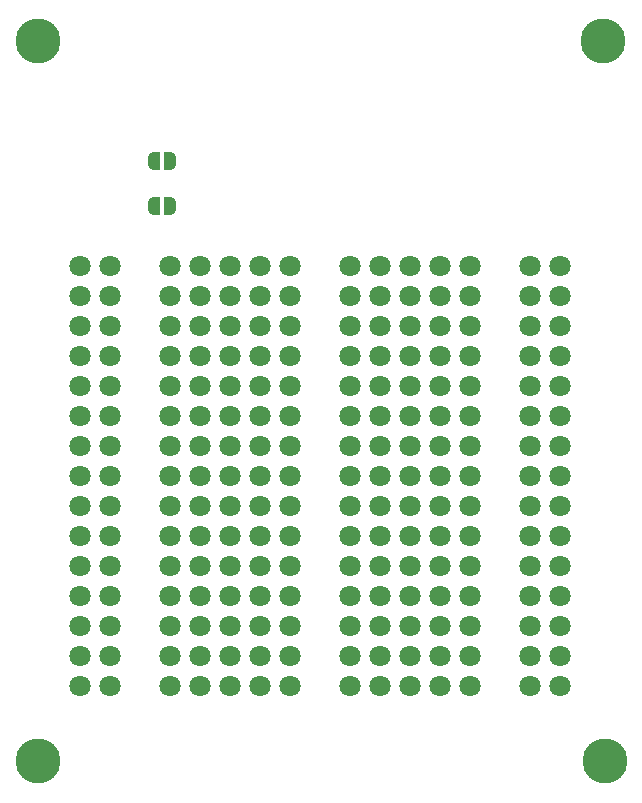
<source format=gts>
G04 #@! TF.GenerationSoftware,KiCad,Pcbnew,8.0.2*
G04 #@! TF.CreationDate,2024-08-26T09:40:56-06:00*
G04 #@! TF.ProjectId,Perfboard_0.25,50657266-626f-4617-9264-5f302e32352e,rev?*
G04 #@! TF.SameCoordinates,Original*
G04 #@! TF.FileFunction,Soldermask,Top*
G04 #@! TF.FilePolarity,Negative*
%FSLAX46Y46*%
G04 Gerber Fmt 4.6, Leading zero omitted, Abs format (unit mm)*
G04 Created by KiCad (PCBNEW 8.0.2) date 2024-08-26 09:40:56*
%MOMM*%
%LPD*%
G01*
G04 APERTURE LIST*
G04 Aperture macros list*
%AMFreePoly0*
4,1,19,0.500000,-0.750000,0.000000,-0.750000,0.000000,-0.744911,-0.071157,-0.744911,-0.207708,-0.704816,-0.327430,-0.627875,-0.420627,-0.520320,-0.479746,-0.390866,-0.500000,-0.250000,-0.500000,0.250000,-0.479746,0.390866,-0.420627,0.520320,-0.327430,0.627875,-0.207708,0.704816,-0.071157,0.744911,0.000000,0.744911,0.000000,0.750000,0.500000,0.750000,0.500000,-0.750000,0.500000,-0.750000,
$1*%
%AMFreePoly1*
4,1,19,0.000000,0.744911,0.071157,0.744911,0.207708,0.704816,0.327430,0.627875,0.420627,0.520320,0.479746,0.390866,0.500000,0.250000,0.500000,-0.250000,0.479746,-0.390866,0.420627,-0.520320,0.327430,-0.627875,0.207708,-0.704816,0.071157,-0.744911,0.000000,-0.744911,0.000000,-0.750000,-0.500000,-0.750000,-0.500000,0.750000,0.000000,0.750000,0.000000,0.744911,0.000000,0.744911,
$1*%
G04 Aperture macros list end*
%ADD10C,1.803200*%
%ADD11C,2.600000*%
%ADD12C,3.800000*%
%ADD13FreePoly0,0.000000*%
%ADD14FreePoly1,0.000000*%
G04 APERTURE END LIST*
D10*
X142240000Y-83820000D03*
X139700000Y-78740000D03*
X160020000Y-66040000D03*
X144780000Y-78740000D03*
X129540000Y-86360000D03*
X162560000Y-91440000D03*
X144780000Y-86360000D03*
X142240000Y-73660000D03*
X147320000Y-101600000D03*
X170180000Y-91440000D03*
X160020000Y-76200000D03*
X167640000Y-101600000D03*
X137160000Y-78740000D03*
X154940000Y-68580000D03*
X170180000Y-73660000D03*
X144780000Y-68580000D03*
X144780000Y-73660000D03*
X162560000Y-71120000D03*
X137160000Y-76200000D03*
X162560000Y-86360000D03*
X139700000Y-99060000D03*
X147320000Y-73660000D03*
X157480000Y-88900000D03*
X144780000Y-76200000D03*
X139700000Y-96520000D03*
X162560000Y-83820000D03*
X152400000Y-83820000D03*
X142240000Y-91440000D03*
X170180000Y-76200000D03*
X152400000Y-81280000D03*
X142240000Y-96520000D03*
X160020000Y-99060000D03*
X152400000Y-91440000D03*
X132080000Y-66040000D03*
X147320000Y-96520000D03*
X154940000Y-73660000D03*
D11*
X173860000Y-47000000D03*
D12*
X173860000Y-47000000D03*
D10*
X132080000Y-78740000D03*
X132080000Y-81280000D03*
X142240000Y-101600000D03*
X154940000Y-81280000D03*
X167640000Y-99060000D03*
X142240000Y-81280000D03*
X139700000Y-93980000D03*
X167640000Y-93980000D03*
X157480000Y-78740000D03*
X152400000Y-99060000D03*
X154940000Y-93980000D03*
X132080000Y-91440000D03*
X162560000Y-88900000D03*
X157480000Y-81280000D03*
X139700000Y-81280000D03*
X129540000Y-81280000D03*
X167640000Y-91440000D03*
X167640000Y-76200000D03*
X132080000Y-83820000D03*
X167640000Y-86360000D03*
X139700000Y-76200000D03*
X129540000Y-76200000D03*
X144780000Y-93980000D03*
X147320000Y-93980000D03*
X147320000Y-66040000D03*
D11*
X126000000Y-47000000D03*
D12*
X126000000Y-47000000D03*
D10*
X129540000Y-88900000D03*
X157480000Y-93980000D03*
X147320000Y-76200000D03*
D13*
X135860000Y-60960000D03*
D14*
X137160000Y-60960000D03*
D10*
X152400000Y-76200000D03*
X154940000Y-96520000D03*
X154940000Y-86360000D03*
X147320000Y-86360000D03*
X144780000Y-66040000D03*
X129540000Y-96520000D03*
X139700000Y-101600000D03*
X167640000Y-66040000D03*
X144780000Y-81280000D03*
X167640000Y-96520000D03*
X137160000Y-73660000D03*
X129540000Y-93980000D03*
X132080000Y-99060000D03*
X144780000Y-91440000D03*
X132080000Y-68580000D03*
X154940000Y-101600000D03*
X144780000Y-83820000D03*
X170180000Y-101600000D03*
X170180000Y-83820000D03*
X157480000Y-96520000D03*
X132080000Y-93980000D03*
X129540000Y-91440000D03*
D11*
X174000000Y-108000000D03*
D12*
X174000000Y-108000000D03*
D10*
X154940000Y-88900000D03*
X170180000Y-93980000D03*
X137160000Y-99060000D03*
X170180000Y-96520000D03*
X162560000Y-93980000D03*
X167640000Y-78740000D03*
X129540000Y-73660000D03*
X162560000Y-96520000D03*
X157480000Y-91440000D03*
X139700000Y-66040000D03*
X157480000Y-101600000D03*
X162560000Y-73660000D03*
X170180000Y-86360000D03*
X167640000Y-68580000D03*
X147320000Y-91440000D03*
X142240000Y-78740000D03*
X162560000Y-99060000D03*
X144780000Y-99060000D03*
X162560000Y-81280000D03*
X167640000Y-71120000D03*
X137160000Y-71120000D03*
X152400000Y-88900000D03*
X170180000Y-99060000D03*
X147320000Y-71120000D03*
X152400000Y-68580000D03*
X152400000Y-78740000D03*
X142240000Y-68580000D03*
X139700000Y-88900000D03*
X157480000Y-83820000D03*
X137160000Y-93980000D03*
X157480000Y-73660000D03*
X137160000Y-96520000D03*
X132080000Y-76200000D03*
X137160000Y-81280000D03*
X142240000Y-93980000D03*
X160020000Y-96520000D03*
X160020000Y-68580000D03*
X154940000Y-78740000D03*
X147320000Y-99060000D03*
X157480000Y-86360000D03*
X132080000Y-71120000D03*
X160020000Y-73660000D03*
X154940000Y-66040000D03*
X162560000Y-76200000D03*
X162560000Y-68580000D03*
X154940000Y-91440000D03*
X170180000Y-68580000D03*
X142240000Y-86360000D03*
X160020000Y-88900000D03*
X142240000Y-66040000D03*
X160020000Y-101600000D03*
X157480000Y-76200000D03*
X167640000Y-83820000D03*
X152400000Y-96520000D03*
X152400000Y-93980000D03*
X139700000Y-68580000D03*
X154940000Y-99060000D03*
X139700000Y-73660000D03*
X132080000Y-88900000D03*
X147320000Y-83820000D03*
X144780000Y-71120000D03*
X152400000Y-71120000D03*
X129540000Y-101600000D03*
X154940000Y-71120000D03*
X160020000Y-91440000D03*
X170180000Y-66040000D03*
X129540000Y-99060000D03*
X152400000Y-73660000D03*
X139700000Y-91440000D03*
X137160000Y-101600000D03*
X137160000Y-91440000D03*
X139700000Y-86360000D03*
X137160000Y-83820000D03*
X157480000Y-71120000D03*
X144780000Y-101600000D03*
X162560000Y-101600000D03*
X137160000Y-68580000D03*
X157480000Y-66040000D03*
X167640000Y-88900000D03*
X132080000Y-73660000D03*
X147320000Y-78740000D03*
X129540000Y-68580000D03*
X167640000Y-81280000D03*
X160020000Y-83820000D03*
X147320000Y-81280000D03*
X152400000Y-86360000D03*
D11*
X126000000Y-108000000D03*
D12*
X126000000Y-108000000D03*
D10*
X160020000Y-93980000D03*
X157480000Y-99060000D03*
X132080000Y-101600000D03*
X170180000Y-78740000D03*
X160020000Y-86360000D03*
D13*
X135860000Y-57150000D03*
D14*
X137160000Y-57150000D03*
D10*
X154940000Y-83820000D03*
X142240000Y-76200000D03*
X147320000Y-68580000D03*
X132080000Y-86360000D03*
X139700000Y-83820000D03*
X129540000Y-83820000D03*
X162560000Y-66040000D03*
X167640000Y-73660000D03*
X129540000Y-71120000D03*
X152400000Y-101600000D03*
X157480000Y-68580000D03*
X137160000Y-86360000D03*
X170180000Y-88900000D03*
X160020000Y-78740000D03*
X170180000Y-81280000D03*
X129540000Y-78740000D03*
X152400000Y-66040000D03*
X147320000Y-88900000D03*
X162560000Y-78740000D03*
X129540000Y-66040000D03*
X160020000Y-71120000D03*
X154940000Y-76200000D03*
X142240000Y-88900000D03*
X132080000Y-96520000D03*
X137160000Y-66040000D03*
X142240000Y-99060000D03*
X144780000Y-88900000D03*
X160020000Y-81280000D03*
X139700000Y-71120000D03*
X137160000Y-88900000D03*
X144780000Y-96520000D03*
X170180000Y-71120000D03*
X142240000Y-71120000D03*
M02*

</source>
